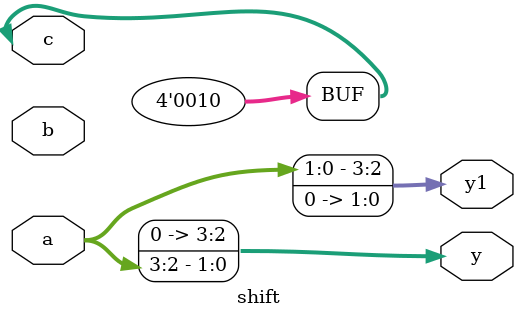
<source format=v>
module shift(
input [3:0]a,b,c,
output [3:0]y,y1);

assign c=2'd2;
assign y=a>>c;
assign y1=a<<c;
endmodule


</source>
